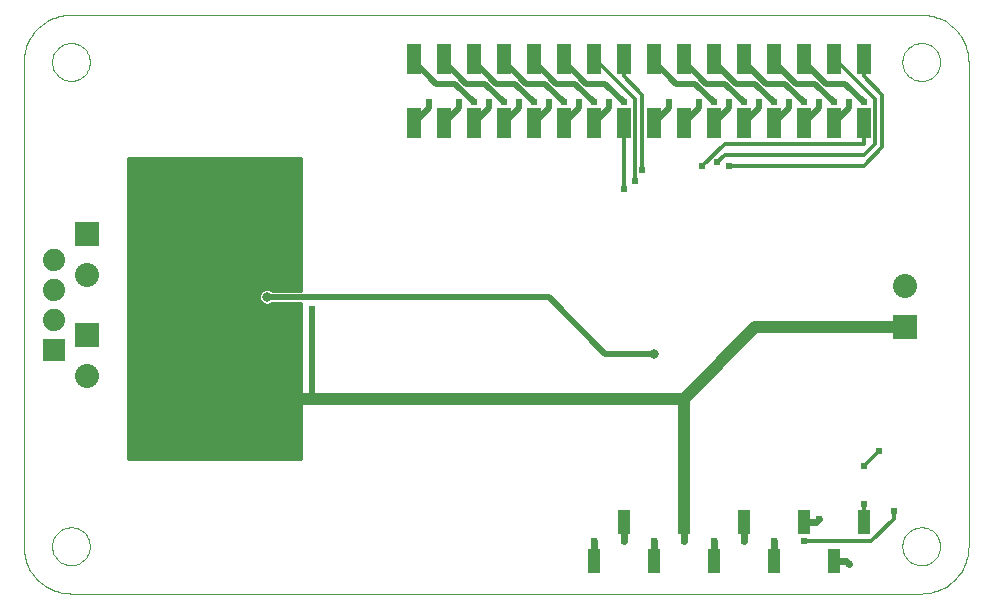
<source format=gbl>
G75*
G70*
%OFA0B0*%
%FSLAX24Y24*%
%IPPOS*%
%LPD*%
%AMOC8*
5,1,8,0,0,1.08239X$1,22.5*
%
%ADD10R,0.0394X0.0787*%
%ADD11R,0.0500X0.1000*%
%ADD12C,0.0000*%
%ADD13R,0.0800X0.0800*%
%ADD14C,0.0800*%
%ADD15R,0.0740X0.0740*%
%ADD16C,0.0740*%
%ADD17C,0.0240*%
%ADD18C,0.0238*%
%ADD19C,0.0317*%
%ADD20C,0.0200*%
%ADD21C,0.0400*%
%ADD22C,0.0120*%
D10*
X024418Y001600D03*
X026418Y001600D03*
X028418Y001600D03*
X030418Y001600D03*
X032418Y001600D03*
X031418Y002900D03*
X029418Y002900D03*
X027418Y002900D03*
X025418Y002900D03*
X033418Y002900D03*
D11*
X033418Y016175D03*
X032418Y016175D03*
X031418Y016175D03*
X030418Y016175D03*
X029418Y016175D03*
X028418Y016175D03*
X027418Y016175D03*
X026418Y016175D03*
X025418Y016175D03*
X024418Y016175D03*
X023418Y016175D03*
X022418Y016175D03*
X021418Y016175D03*
X020418Y016175D03*
X019418Y016175D03*
X018418Y016175D03*
X018418Y018325D03*
X019418Y018325D03*
X020418Y018325D03*
X021418Y018325D03*
X022418Y018325D03*
X023418Y018325D03*
X024418Y018325D03*
X025418Y018325D03*
X026418Y018325D03*
X027418Y018325D03*
X028418Y018325D03*
X029418Y018325D03*
X030418Y018325D03*
X031418Y018325D03*
X032418Y018325D03*
X033418Y018325D03*
D12*
X005418Y018217D02*
X005418Y002075D01*
X006363Y002075D02*
X006365Y002125D01*
X006371Y002175D01*
X006381Y002224D01*
X006395Y002272D01*
X006412Y002319D01*
X006433Y002364D01*
X006458Y002408D01*
X006486Y002449D01*
X006518Y002488D01*
X006552Y002525D01*
X006589Y002559D01*
X006629Y002589D01*
X006671Y002616D01*
X006715Y002640D01*
X006761Y002661D01*
X006808Y002677D01*
X006856Y002690D01*
X006906Y002699D01*
X006955Y002704D01*
X007006Y002705D01*
X007056Y002702D01*
X007105Y002695D01*
X007154Y002684D01*
X007202Y002669D01*
X007248Y002651D01*
X007293Y002629D01*
X007336Y002603D01*
X007377Y002574D01*
X007416Y002542D01*
X007452Y002507D01*
X007484Y002469D01*
X007514Y002429D01*
X007541Y002386D01*
X007564Y002342D01*
X007583Y002296D01*
X007599Y002248D01*
X007611Y002199D01*
X007619Y002150D01*
X007623Y002100D01*
X007623Y002050D01*
X007619Y002000D01*
X007611Y001951D01*
X007599Y001902D01*
X007583Y001854D01*
X007564Y001808D01*
X007541Y001764D01*
X007514Y001721D01*
X007484Y001681D01*
X007452Y001643D01*
X007416Y001608D01*
X007377Y001576D01*
X007336Y001547D01*
X007293Y001521D01*
X007248Y001499D01*
X007202Y001481D01*
X007154Y001466D01*
X007105Y001455D01*
X007056Y001448D01*
X007006Y001445D01*
X006955Y001446D01*
X006906Y001451D01*
X006856Y001460D01*
X006808Y001473D01*
X006761Y001489D01*
X006715Y001510D01*
X006671Y001534D01*
X006629Y001561D01*
X006589Y001591D01*
X006552Y001625D01*
X006518Y001662D01*
X006486Y001701D01*
X006458Y001742D01*
X006433Y001786D01*
X006412Y001831D01*
X006395Y001878D01*
X006381Y001926D01*
X006371Y001975D01*
X006365Y002025D01*
X006363Y002075D01*
X005418Y002075D02*
X005420Y001998D01*
X005426Y001921D01*
X005435Y001844D01*
X005448Y001768D01*
X005465Y001692D01*
X005486Y001618D01*
X005510Y001544D01*
X005538Y001472D01*
X005569Y001402D01*
X005604Y001333D01*
X005642Y001265D01*
X005683Y001200D01*
X005728Y001137D01*
X005776Y001076D01*
X005826Y001017D01*
X005879Y000961D01*
X005935Y000908D01*
X005994Y000858D01*
X006055Y000810D01*
X006118Y000765D01*
X006183Y000724D01*
X006251Y000686D01*
X006320Y000651D01*
X006390Y000620D01*
X006462Y000592D01*
X006536Y000568D01*
X006610Y000547D01*
X006686Y000530D01*
X006762Y000517D01*
X006839Y000508D01*
X006916Y000502D01*
X006993Y000500D01*
X035339Y000500D01*
X034709Y002075D02*
X034711Y002125D01*
X034717Y002175D01*
X034727Y002224D01*
X034741Y002272D01*
X034758Y002319D01*
X034779Y002364D01*
X034804Y002408D01*
X034832Y002449D01*
X034864Y002488D01*
X034898Y002525D01*
X034935Y002559D01*
X034975Y002589D01*
X035017Y002616D01*
X035061Y002640D01*
X035107Y002661D01*
X035154Y002677D01*
X035202Y002690D01*
X035252Y002699D01*
X035301Y002704D01*
X035352Y002705D01*
X035402Y002702D01*
X035451Y002695D01*
X035500Y002684D01*
X035548Y002669D01*
X035594Y002651D01*
X035639Y002629D01*
X035682Y002603D01*
X035723Y002574D01*
X035762Y002542D01*
X035798Y002507D01*
X035830Y002469D01*
X035860Y002429D01*
X035887Y002386D01*
X035910Y002342D01*
X035929Y002296D01*
X035945Y002248D01*
X035957Y002199D01*
X035965Y002150D01*
X035969Y002100D01*
X035969Y002050D01*
X035965Y002000D01*
X035957Y001951D01*
X035945Y001902D01*
X035929Y001854D01*
X035910Y001808D01*
X035887Y001764D01*
X035860Y001721D01*
X035830Y001681D01*
X035798Y001643D01*
X035762Y001608D01*
X035723Y001576D01*
X035682Y001547D01*
X035639Y001521D01*
X035594Y001499D01*
X035548Y001481D01*
X035500Y001466D01*
X035451Y001455D01*
X035402Y001448D01*
X035352Y001445D01*
X035301Y001446D01*
X035252Y001451D01*
X035202Y001460D01*
X035154Y001473D01*
X035107Y001489D01*
X035061Y001510D01*
X035017Y001534D01*
X034975Y001561D01*
X034935Y001591D01*
X034898Y001625D01*
X034864Y001662D01*
X034832Y001701D01*
X034804Y001742D01*
X034779Y001786D01*
X034758Y001831D01*
X034741Y001878D01*
X034727Y001926D01*
X034717Y001975D01*
X034711Y002025D01*
X034709Y002075D01*
X035339Y000500D02*
X035416Y000502D01*
X035493Y000508D01*
X035570Y000517D01*
X035646Y000530D01*
X035722Y000547D01*
X035796Y000568D01*
X035870Y000592D01*
X035942Y000620D01*
X036012Y000651D01*
X036081Y000686D01*
X036149Y000724D01*
X036214Y000765D01*
X036277Y000810D01*
X036338Y000858D01*
X036397Y000908D01*
X036453Y000961D01*
X036506Y001017D01*
X036556Y001076D01*
X036604Y001137D01*
X036649Y001200D01*
X036690Y001265D01*
X036728Y001333D01*
X036763Y001402D01*
X036794Y001472D01*
X036822Y001544D01*
X036846Y001618D01*
X036867Y001692D01*
X036884Y001768D01*
X036897Y001844D01*
X036906Y001921D01*
X036912Y001998D01*
X036914Y002075D01*
X036914Y018217D01*
X034709Y018217D02*
X034711Y018267D01*
X034717Y018317D01*
X034727Y018366D01*
X034741Y018414D01*
X034758Y018461D01*
X034779Y018506D01*
X034804Y018550D01*
X034832Y018591D01*
X034864Y018630D01*
X034898Y018667D01*
X034935Y018701D01*
X034975Y018731D01*
X035017Y018758D01*
X035061Y018782D01*
X035107Y018803D01*
X035154Y018819D01*
X035202Y018832D01*
X035252Y018841D01*
X035301Y018846D01*
X035352Y018847D01*
X035402Y018844D01*
X035451Y018837D01*
X035500Y018826D01*
X035548Y018811D01*
X035594Y018793D01*
X035639Y018771D01*
X035682Y018745D01*
X035723Y018716D01*
X035762Y018684D01*
X035798Y018649D01*
X035830Y018611D01*
X035860Y018571D01*
X035887Y018528D01*
X035910Y018484D01*
X035929Y018438D01*
X035945Y018390D01*
X035957Y018341D01*
X035965Y018292D01*
X035969Y018242D01*
X035969Y018192D01*
X035965Y018142D01*
X035957Y018093D01*
X035945Y018044D01*
X035929Y017996D01*
X035910Y017950D01*
X035887Y017906D01*
X035860Y017863D01*
X035830Y017823D01*
X035798Y017785D01*
X035762Y017750D01*
X035723Y017718D01*
X035682Y017689D01*
X035639Y017663D01*
X035594Y017641D01*
X035548Y017623D01*
X035500Y017608D01*
X035451Y017597D01*
X035402Y017590D01*
X035352Y017587D01*
X035301Y017588D01*
X035252Y017593D01*
X035202Y017602D01*
X035154Y017615D01*
X035107Y017631D01*
X035061Y017652D01*
X035017Y017676D01*
X034975Y017703D01*
X034935Y017733D01*
X034898Y017767D01*
X034864Y017804D01*
X034832Y017843D01*
X034804Y017884D01*
X034779Y017928D01*
X034758Y017973D01*
X034741Y018020D01*
X034727Y018068D01*
X034717Y018117D01*
X034711Y018167D01*
X034709Y018217D01*
X035339Y019792D02*
X035416Y019790D01*
X035493Y019784D01*
X035570Y019775D01*
X035646Y019762D01*
X035722Y019745D01*
X035796Y019724D01*
X035870Y019700D01*
X035942Y019672D01*
X036012Y019641D01*
X036081Y019606D01*
X036149Y019568D01*
X036214Y019527D01*
X036277Y019482D01*
X036338Y019434D01*
X036397Y019384D01*
X036453Y019331D01*
X036506Y019275D01*
X036556Y019216D01*
X036604Y019155D01*
X036649Y019092D01*
X036690Y019027D01*
X036728Y018959D01*
X036763Y018890D01*
X036794Y018820D01*
X036822Y018748D01*
X036846Y018674D01*
X036867Y018600D01*
X036884Y018524D01*
X036897Y018448D01*
X036906Y018371D01*
X036912Y018294D01*
X036914Y018217D01*
X035339Y019791D02*
X006993Y019791D01*
X006363Y018217D02*
X006365Y018267D01*
X006371Y018317D01*
X006381Y018366D01*
X006395Y018414D01*
X006412Y018461D01*
X006433Y018506D01*
X006458Y018550D01*
X006486Y018591D01*
X006518Y018630D01*
X006552Y018667D01*
X006589Y018701D01*
X006629Y018731D01*
X006671Y018758D01*
X006715Y018782D01*
X006761Y018803D01*
X006808Y018819D01*
X006856Y018832D01*
X006906Y018841D01*
X006955Y018846D01*
X007006Y018847D01*
X007056Y018844D01*
X007105Y018837D01*
X007154Y018826D01*
X007202Y018811D01*
X007248Y018793D01*
X007293Y018771D01*
X007336Y018745D01*
X007377Y018716D01*
X007416Y018684D01*
X007452Y018649D01*
X007484Y018611D01*
X007514Y018571D01*
X007541Y018528D01*
X007564Y018484D01*
X007583Y018438D01*
X007599Y018390D01*
X007611Y018341D01*
X007619Y018292D01*
X007623Y018242D01*
X007623Y018192D01*
X007619Y018142D01*
X007611Y018093D01*
X007599Y018044D01*
X007583Y017996D01*
X007564Y017950D01*
X007541Y017906D01*
X007514Y017863D01*
X007484Y017823D01*
X007452Y017785D01*
X007416Y017750D01*
X007377Y017718D01*
X007336Y017689D01*
X007293Y017663D01*
X007248Y017641D01*
X007202Y017623D01*
X007154Y017608D01*
X007105Y017597D01*
X007056Y017590D01*
X007006Y017587D01*
X006955Y017588D01*
X006906Y017593D01*
X006856Y017602D01*
X006808Y017615D01*
X006761Y017631D01*
X006715Y017652D01*
X006671Y017676D01*
X006629Y017703D01*
X006589Y017733D01*
X006552Y017767D01*
X006518Y017804D01*
X006486Y017843D01*
X006458Y017884D01*
X006433Y017928D01*
X006412Y017973D01*
X006395Y018020D01*
X006381Y018068D01*
X006371Y018117D01*
X006365Y018167D01*
X006363Y018217D01*
X005418Y018217D02*
X005420Y018294D01*
X005426Y018371D01*
X005435Y018448D01*
X005448Y018524D01*
X005465Y018600D01*
X005486Y018674D01*
X005510Y018748D01*
X005538Y018820D01*
X005569Y018890D01*
X005604Y018959D01*
X005642Y019027D01*
X005683Y019092D01*
X005728Y019155D01*
X005776Y019216D01*
X005826Y019275D01*
X005879Y019331D01*
X005935Y019384D01*
X005994Y019434D01*
X006055Y019482D01*
X006118Y019527D01*
X006183Y019568D01*
X006251Y019606D01*
X006320Y019641D01*
X006390Y019672D01*
X006462Y019700D01*
X006536Y019724D01*
X006610Y019745D01*
X006686Y019762D01*
X006762Y019775D01*
X006839Y019784D01*
X006916Y019790D01*
X006993Y019792D01*
D13*
X007543Y012500D03*
X007543Y009125D03*
X034793Y009375D03*
D14*
X034793Y010753D03*
X007543Y011122D03*
X007543Y007747D03*
D15*
X006418Y008625D03*
D16*
X006418Y009625D03*
X006418Y010625D03*
X006418Y011625D03*
D17*
X025418Y002900D02*
X025418Y002250D01*
X024418Y002250D02*
X024418Y001600D01*
X026418Y001600D02*
X026418Y002250D01*
X027418Y002250D02*
X027418Y002900D01*
X028418Y002250D02*
X028418Y001600D01*
X029418Y002250D02*
X029418Y002900D01*
X030418Y002250D02*
X030418Y001600D01*
X032418Y001600D02*
X032818Y001600D01*
X032918Y001500D01*
X031818Y002900D02*
X031418Y002900D01*
X031818Y002900D02*
X031918Y003000D01*
D18*
X031918Y003000D03*
X031418Y002250D03*
X030418Y002250D03*
X029418Y002250D03*
X028418Y002250D03*
X027418Y002250D03*
X026418Y002250D03*
X025418Y002250D03*
X024418Y002250D03*
X032918Y001500D03*
X034418Y003250D03*
X033418Y003500D03*
X033418Y004750D03*
X033918Y005250D03*
X025418Y014000D03*
X025793Y014250D03*
X026043Y014625D03*
X028043Y014750D03*
X028543Y014875D03*
X028918Y014750D03*
X028918Y016875D03*
X028418Y016875D03*
X027918Y016875D03*
X026918Y016875D03*
X025418Y016875D03*
X024918Y016875D03*
X024418Y016875D03*
X023918Y016875D03*
X023418Y016875D03*
X022918Y016875D03*
X022418Y016875D03*
X021918Y016875D03*
X021418Y016875D03*
X020918Y016875D03*
X020418Y016875D03*
X019918Y016875D03*
X018918Y016875D03*
X029418Y016875D03*
X029918Y016875D03*
X030418Y016875D03*
X030918Y016875D03*
X031418Y016875D03*
X031918Y016875D03*
X032418Y016875D03*
X032918Y016875D03*
X033418Y016875D03*
X015043Y010000D03*
D19*
X013543Y010375D03*
X011543Y010125D03*
X011543Y009625D03*
X010668Y009375D03*
X011543Y009125D03*
X011543Y008625D03*
X011543Y010625D03*
X011543Y011125D03*
X010668Y010875D03*
X011543Y011625D03*
X011543Y012125D03*
X011543Y012625D03*
X011543Y013125D03*
X011543Y013625D03*
X026418Y008500D03*
D20*
X024793Y008500D01*
X022918Y010375D01*
X013543Y010375D01*
X015043Y010000D02*
X015043Y007000D01*
X011543Y007375D02*
X011418Y007500D01*
X018418Y016175D02*
X018918Y016675D01*
X018918Y016875D01*
X019418Y016175D02*
X019918Y016675D01*
X019918Y016875D01*
X020418Y016875D02*
X019793Y017500D01*
X019168Y017500D01*
X018418Y018250D01*
X018418Y018325D01*
X019418Y018325D02*
X019418Y018250D01*
X020168Y017500D01*
X020793Y017500D01*
X021418Y016875D01*
X020918Y016875D02*
X020918Y016675D01*
X020418Y016175D01*
X021418Y016175D02*
X021918Y016675D01*
X021918Y016875D01*
X022418Y016875D02*
X021793Y017500D01*
X021168Y017500D01*
X020418Y018250D01*
X020418Y018325D01*
X021418Y018325D02*
X021418Y018250D01*
X022168Y017500D01*
X022793Y017500D01*
X023418Y016875D01*
X023918Y016875D02*
X023918Y016675D01*
X023418Y016175D01*
X024418Y016175D02*
X024918Y016675D01*
X024918Y016875D01*
X024418Y016875D02*
X023793Y017500D01*
X023168Y017500D01*
X022418Y018250D01*
X022418Y018325D01*
X023418Y018325D02*
X023418Y018250D01*
X024168Y017500D01*
X024793Y017500D01*
X025418Y016875D01*
X026418Y016175D02*
X026918Y016675D01*
X026918Y016875D01*
X027418Y016175D02*
X027918Y016675D01*
X027918Y016875D01*
X028418Y016875D02*
X027793Y017500D01*
X027168Y017500D01*
X026418Y018250D01*
X026418Y018325D01*
X027418Y018325D02*
X027418Y018250D01*
X028168Y017500D01*
X028793Y017500D01*
X029418Y016875D01*
X028918Y016875D02*
X028918Y016675D01*
X028418Y016175D01*
X029418Y016175D02*
X029918Y016675D01*
X029918Y016875D01*
X030418Y016875D02*
X029793Y017500D01*
X029168Y017500D01*
X028543Y018125D01*
X028418Y018125D01*
X028418Y018325D01*
X029418Y018325D02*
X029418Y018125D01*
X029543Y018125D01*
X030168Y017500D01*
X030793Y017500D01*
X031418Y016875D01*
X030918Y016875D02*
X030918Y016675D01*
X030418Y016175D01*
X031418Y016175D02*
X031918Y016675D01*
X031918Y016875D01*
X032418Y016875D02*
X031793Y017500D01*
X031168Y017500D01*
X030543Y018125D01*
X030418Y018125D01*
X030418Y018325D01*
X031418Y018325D02*
X031418Y018125D01*
X031543Y018125D01*
X032168Y017500D01*
X032793Y017500D01*
X033418Y016875D01*
X032918Y016875D02*
X032918Y016675D01*
X032418Y016175D01*
X022918Y016675D02*
X022418Y016175D01*
X022918Y016675D02*
X022918Y016875D01*
D21*
X011418Y010875D02*
X010668Y010875D01*
X011418Y010875D02*
X011418Y009375D01*
X010668Y009375D01*
X011418Y009375D02*
X011418Y007500D01*
X011543Y007375D01*
X011918Y007000D01*
X013293Y007000D01*
X014793Y007000D01*
X014918Y007000D01*
X015043Y007000D01*
X027418Y007000D01*
X029793Y009375D01*
X034793Y009375D01*
X027418Y007000D02*
X027418Y002900D01*
D22*
X031418Y002250D02*
X033418Y002250D01*
X033668Y002250D01*
X034418Y003000D01*
X034418Y003250D01*
X033418Y003500D02*
X033418Y002900D01*
X033418Y004750D02*
X033918Y005250D01*
X025418Y014000D02*
X025418Y015500D01*
X025418Y016175D01*
X025793Y015625D02*
X025793Y014250D01*
X026043Y014625D02*
X026043Y015625D01*
X026043Y017125D01*
X025418Y017750D01*
X025418Y018325D01*
X025293Y017500D02*
X024468Y018325D01*
X024418Y018325D01*
X025293Y017500D02*
X025793Y017000D01*
X025793Y015625D01*
X028043Y014750D02*
X028793Y015500D01*
X033418Y015500D01*
X033418Y016175D01*
X033793Y015500D02*
X033418Y015125D01*
X028793Y015125D01*
X028543Y014875D01*
X028918Y014750D02*
X033418Y014750D01*
X034043Y015375D01*
X034043Y015500D01*
X034043Y017125D01*
X033418Y017750D01*
X033418Y018325D01*
X032468Y018325D02*
X033793Y017000D01*
X033793Y015500D01*
X032468Y018325D02*
X032418Y018325D01*
X014668Y015000D02*
X014668Y010595D01*
X013717Y010595D01*
X013701Y010611D01*
X013598Y010653D01*
X013488Y010653D01*
X013385Y010611D01*
X013307Y010533D01*
X013265Y010430D01*
X013265Y010320D01*
X013307Y010217D01*
X013385Y010139D01*
X013488Y010097D01*
X013598Y010097D01*
X013701Y010139D01*
X013717Y010155D01*
X014668Y010155D01*
X014668Y005000D01*
X008918Y005000D01*
X008918Y015000D01*
X014668Y015000D01*
X014668Y014957D02*
X008918Y014957D01*
X008918Y014839D02*
X014668Y014839D01*
X014668Y014720D02*
X008918Y014720D01*
X008918Y014602D02*
X014668Y014602D01*
X014668Y014483D02*
X008918Y014483D01*
X008918Y014365D02*
X014668Y014365D01*
X014668Y014246D02*
X008918Y014246D01*
X008918Y014128D02*
X014668Y014128D01*
X014668Y014009D02*
X008918Y014009D01*
X008918Y013891D02*
X014668Y013891D01*
X014668Y013772D02*
X008918Y013772D01*
X008918Y013654D02*
X014668Y013654D01*
X014668Y013535D02*
X008918Y013535D01*
X008918Y013417D02*
X014668Y013417D01*
X014668Y013298D02*
X008918Y013298D01*
X008918Y013180D02*
X014668Y013180D01*
X014668Y013061D02*
X008918Y013061D01*
X008918Y012943D02*
X014668Y012943D01*
X014668Y012824D02*
X008918Y012824D01*
X008918Y012706D02*
X014668Y012706D01*
X014668Y012587D02*
X008918Y012587D01*
X008918Y012469D02*
X014668Y012469D01*
X014668Y012350D02*
X008918Y012350D01*
X008918Y012232D02*
X014668Y012232D01*
X014668Y012113D02*
X008918Y012113D01*
X008918Y011995D02*
X014668Y011995D01*
X014668Y011876D02*
X008918Y011876D01*
X008918Y011758D02*
X014668Y011758D01*
X014668Y011639D02*
X008918Y011639D01*
X008918Y011521D02*
X014668Y011521D01*
X014668Y011402D02*
X008918Y011402D01*
X008918Y011284D02*
X014668Y011284D01*
X014668Y011165D02*
X008918Y011165D01*
X008918Y011047D02*
X014668Y011047D01*
X014668Y010928D02*
X008918Y010928D01*
X008918Y010810D02*
X014668Y010810D01*
X014668Y010691D02*
X008918Y010691D01*
X008918Y010573D02*
X013347Y010573D01*
X013274Y010454D02*
X008918Y010454D01*
X008918Y010336D02*
X013265Y010336D01*
X013307Y010217D02*
X008918Y010217D01*
X008918Y010099D02*
X013483Y010099D01*
X013603Y010099D02*
X014668Y010099D01*
X014668Y009980D02*
X008918Y009980D01*
X008918Y009862D02*
X014668Y009862D01*
X014668Y009743D02*
X008918Y009743D01*
X008918Y009625D02*
X014668Y009625D01*
X014668Y009506D02*
X008918Y009506D01*
X008918Y009388D02*
X014668Y009388D01*
X014668Y009269D02*
X008918Y009269D01*
X008918Y009151D02*
X014668Y009151D01*
X014668Y009032D02*
X008918Y009032D01*
X008918Y008914D02*
X014668Y008914D01*
X014668Y008795D02*
X008918Y008795D01*
X008918Y008677D02*
X014668Y008677D01*
X014668Y008558D02*
X008918Y008558D01*
X008918Y008440D02*
X014668Y008440D01*
X014668Y008321D02*
X008918Y008321D01*
X008918Y008203D02*
X014668Y008203D01*
X014668Y008084D02*
X008918Y008084D01*
X008918Y007966D02*
X014668Y007966D01*
X014668Y007847D02*
X008918Y007847D01*
X008918Y007729D02*
X014668Y007729D01*
X014668Y007610D02*
X008918Y007610D01*
X008918Y007492D02*
X014668Y007492D01*
X014668Y007373D02*
X008918Y007373D01*
X008918Y007255D02*
X014668Y007255D01*
X014668Y007136D02*
X008918Y007136D01*
X008918Y007018D02*
X014668Y007018D01*
X014668Y006899D02*
X008918Y006899D01*
X008918Y006781D02*
X014668Y006781D01*
X014668Y006662D02*
X008918Y006662D01*
X008918Y006544D02*
X014668Y006544D01*
X014668Y006425D02*
X008918Y006425D01*
X008918Y006307D02*
X014668Y006307D01*
X014668Y006188D02*
X008918Y006188D01*
X008918Y006070D02*
X014668Y006070D01*
X014668Y005951D02*
X008918Y005951D01*
X008918Y005833D02*
X014668Y005833D01*
X014668Y005714D02*
X008918Y005714D01*
X008918Y005596D02*
X014668Y005596D01*
X014668Y005477D02*
X008918Y005477D01*
X008918Y005359D02*
X014668Y005359D01*
X014668Y005240D02*
X008918Y005240D01*
X008918Y005122D02*
X014668Y005122D01*
X014668Y005003D02*
X008918Y005003D01*
M02*

</source>
